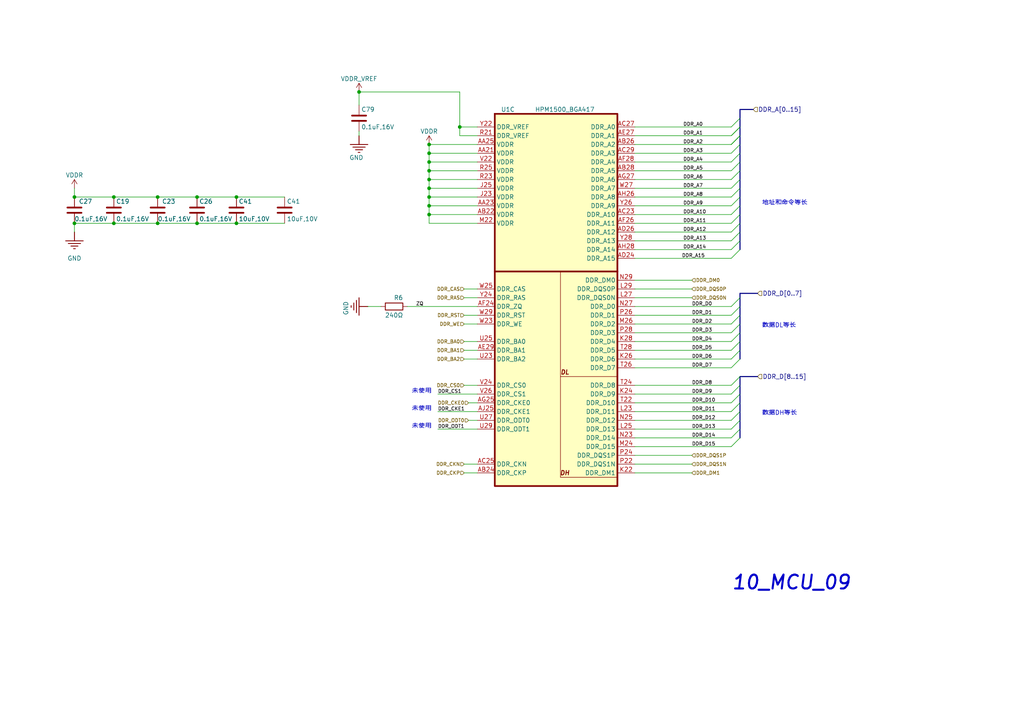
<source format=kicad_sch>
(kicad_sch (version 20230121) (generator eeschema)
  (paper "A4")
  (junction (at 68.58 57.15))
  (junction (at 124.46 62.23))
  (junction (at 57.15 64.77))
  (junction (at 124.46 59.69))
  (junction (at 57.15 57.15))
  (junction (at 33.02 64.77))
  (junction (at 45.72 57.15))
  (junction (at 124.46 52.07))
  (junction (at 124.46 41.91))
  (junction (at 45.72 64.77))
  (junction (at 104.14 26.67))
  (junction (at 124.46 57.15))
  (junction (at 33.02 57.15))
  (junction (at 124.46 46.99))
  (junction (at 124.46 49.53))
  (junction (at 124.46 44.45))
  (junction (at 21.59 57.15))
  (junction (at 68.58 64.77))
  (junction (at 133.35 36.83))
  (junction (at 124.46 54.61))
  (junction (at 21.59 64.77))
  (bus_entry (at 212.09 91.44) (size 2.54 -2.54))
  (bus_entry (at 212.09 57.15) (size 2.54 -2.54))
  (bus_entry (at 212.09 49.53) (size 2.54 -2.54))
  (bus_entry (at 212.09 124.46) (size 2.54 -2.54))
  (bus_entry (at 212.09 59.69) (size 2.54 -2.54))
  (bus_entry (at 212.09 41.91) (size 2.54 -2.54))
  (bus_entry (at 212.09 67.31) (size 2.54 -2.54))
  (bus_entry (at 212.09 44.45) (size 2.54 -2.54))
  (bus_entry (at 212.09 72.39) (size 2.54 -2.54))
  (bus_entry (at 212.09 88.9) (size 2.54 -2.54))
  (bus_entry (at 212.09 116.84) (size 2.54 -2.54))
  (bus_entry (at 212.09 101.6) (size 2.54 -2.54))
  (bus_entry (at 212.09 54.61) (size 2.54 -2.54))
  (bus_entry (at 212.09 93.98) (size 2.54 -2.54))
  (bus_entry (at 212.09 69.85) (size 2.54 -2.54))
  (bus_entry (at 212.09 104.14) (size 2.54 -2.54))
  (bus_entry (at 212.09 99.06) (size 2.54 -2.54))
  (bus_entry (at 212.09 46.99) (size 2.54 -2.54))
  (bus_entry (at 212.09 41.91) (size 2.54 -2.54))
  (bus_entry (at 212.09 114.3) (size 2.54 -2.54))
  (bus_entry (at 212.09 36.83) (size 2.54 -2.54))
  (bus_entry (at 212.09 121.92) (size 2.54 -2.54))
  (bus_entry (at 212.09 111.76) (size 2.54 -2.54))
  (bus_entry (at 212.09 39.37) (size 2.54 -2.54))
  (bus_entry (at 212.09 74.93) (size 2.54 -2.54))
  (bus_entry (at 212.09 127) (size 2.54 -2.54))
  (bus_entry (at 212.09 62.23) (size 2.54 -2.54))
  (bus_entry (at 212.09 64.77) (size 2.54 -2.54))
  (bus_entry (at 212.09 106.68) (size 2.54 -2.54))
  (bus_entry (at 212.09 39.37) (size 2.54 -2.54))
  (bus_entry (at 212.09 52.07) (size 2.54 -2.54))
  (bus_entry (at 212.09 129.54) (size 2.54 -2.54))
  (bus_entry (at 212.09 96.52) (size 2.54 -2.54))
  (bus_entry (at 212.09 119.38) (size 2.54 -2.54))
  (wire (pts (xy 104.14 26.67) (xy 133.35 26.67)))
  (wire (pts (xy 184.15 81.28) (xy 200.66 81.28)) (stroke (width 0.15)))
  (wire (pts (xy 124.46 49.53) (xy 124.46 52.07)) (stroke (width 0.15)))
  (wire (pts (xy 124.46 59.69) (xy 138.43 59.69)) (stroke (width 0.15)))
  (wire (pts (xy 184.15 111.76) (xy 212.09 111.76)) (stroke (width 0.15)))
  (wire (pts (xy 200.66 134.62) (xy 184.15 134.62)) (stroke (width 0.15)))
  (wire (pts (xy 184.15 54.61) (xy 212.09 54.61)) (stroke (width 0.15)))
  (wire (pts (xy 184.15 124.46) (xy 212.09 124.46)) (stroke (width 0.15)))
  (bus (pts (xy 214.63 109.22) (xy 219.71 109.22)))
  (wire (pts (xy 184.15 129.54) (xy 212.09 129.54)) (stroke (width 0.15)))
  (bus (pts (xy 214.63 104.14) (xy 214.63 101.6)))
  (wire (pts (xy 21.59 64.77) (xy 33.02 64.77)))
  (wire (pts (xy 124.46 52.07) (xy 138.43 52.07)) (stroke (width 0.15)))
  (wire (pts (xy 124.46 46.99) (xy 138.43 46.99)) (stroke (width 0.15)))
  (bus (pts (xy 214.63 67.31) (xy 214.63 64.77)))
  (wire (pts (xy 200.66 132.08) (xy 184.15 132.08)) (stroke (width 0.15)))
  (wire (pts (xy 124.46 41.91) (xy 138.43 41.91)) (stroke (width 0.15)))
  (wire (pts (xy 21.59 54.61) (xy 21.59 57.15)))
  (wire (pts (xy 45.72 64.77) (xy 57.15 64.77)))
  (wire (pts (xy 184.15 137.16) (xy 200.66 137.16)) (stroke (width 0.15)))
  (bus (pts (xy 214.63 111.76) (xy 214.63 109.22)))
  (wire (pts (xy 33.02 64.77) (xy 45.72 64.77)))
  (wire (pts (xy 184.15 119.38) (xy 212.09 119.38)) (stroke (width 0.15)))
  (bus (pts (xy 214.63 34.29) (xy 214.63 31.75)))
  (bus (pts (xy 214.63 96.52) (xy 214.63 93.98)))
  (wire (pts (xy 127 114.3) (xy 138.43 114.3)) (stroke (width 0.15)))
  (bus (pts (xy 214.63 31.75) (xy 218.44 31.75)))
  (wire (pts (xy 124.46 52.07) (xy 124.46 54.61)) (stroke (width 0.15)))
  (wire (pts (xy 184.15 67.31) (xy 212.09 67.31)) (stroke (width 0.15)))
  (wire (pts (xy 134.62 91.44) (xy 138.43 91.44)) (stroke (width 0.15)))
  (wire (pts (xy 21.59 57.15) (xy 33.02 57.15)))
  (wire (pts (xy 184.15 64.77) (xy 212.09 64.77)) (stroke (width 0.15)))
  (wire (pts (xy 184.15 106.68) (xy 212.09 106.68)) (stroke (width 0.15)))
  (wire (pts (xy 134.62 111.76) (xy 138.43 111.76)) (stroke (width 0.15)))
  (wire (pts (xy 118.11 88.9) (xy 138.43 88.9)))
  (wire (pts (xy 184.15 96.52) (xy 212.09 96.52)) (stroke (width 0.15)))
  (bus (pts (xy 214.63 93.98) (xy 214.63 91.44)))
  (bus (pts (xy 214.63 101.6) (xy 214.63 99.06)))
  (wire (pts (xy 21.59 64.77) (xy 21.59 67.31)))
  (wire (pts (xy 124.46 44.45) (xy 138.43 44.45)) (stroke (width 0.15)))
  (wire (pts (xy 124.46 59.69) (xy 124.46 62.23)) (stroke (width 0.15)))
  (bus (pts (xy 214.63 91.44) (xy 214.63 88.9)))
  (wire (pts (xy 200.66 86.36) (xy 184.15 86.36)) (stroke (width 0.15)))
  (bus (pts (xy 214.63 99.06) (xy 214.63 96.52)))
  (wire (pts (xy 124.46 57.15) (xy 124.46 59.69)) (stroke (width 0.15)))
  (bus (pts (xy 214.63 39.37) (xy 214.63 36.83)))
  (wire (pts (xy 184.15 69.85) (xy 212.09 69.85)) (stroke (width 0.15)))
  (bus (pts (xy 214.63 49.53) (xy 214.63 46.99)))
  (bus (pts (xy 214.63 59.69) (xy 214.63 57.15)))
  (bus (pts (xy 214.63 64.77) (xy 214.63 62.23)))
  (wire (pts (xy 184.15 62.23) (xy 212.09 62.23)) (stroke (width 0.15)))
  (wire (pts (xy 133.35 39.37) (xy 133.35 36.83)) (stroke (width 0.15)))
  (wire (pts (xy 45.72 57.15) (xy 57.15 57.15)))
  (wire (pts (xy 134.62 99.06) (xy 138.43 99.06)) (stroke (width 0.15)))
  (bus (pts (xy 214.63 88.9) (xy 214.63 86.36)))
  (bus (pts (xy 214.63 57.15) (xy 214.63 54.61)))
  (wire (pts (xy 127 124.46) (xy 138.43 124.46)) (stroke (width 0.15)))
  (wire (pts (xy 134.62 101.6) (xy 138.43 101.6)) (stroke (width 0.15)))
  (bus (pts (xy 214.63 41.91) (xy 214.63 39.37)))
  (wire (pts (xy 134.62 104.14) (xy 138.43 104.14)) (stroke (width 0.15)))
  (wire (pts (xy 184.15 52.07) (xy 212.09 52.07)) (stroke (width 0.15)))
  (wire (pts (xy 204.47 74.93) (xy 212.09 74.93)))
  (wire (pts (xy 134.62 137.16) (xy 138.43 137.16)) (stroke (width 0.15)))
  (wire (pts (xy 184.15 93.98) (xy 212.09 93.98)) (stroke (width 0.15)))
  (wire (pts (xy 184.15 121.92) (xy 212.09 121.92)) (stroke (width 0.15)))
  (wire (pts (xy 127 119.38) (xy 138.43 119.38)) (stroke (width 0.15)))
  (bus (pts (xy 214.63 119.38) (xy 214.63 116.84)))
  (wire (pts (xy 104.14 26.67) (xy 104.14 30.48)) (stroke (width 0.15)))
  (bus (pts (xy 214.63 69.85) (xy 214.63 67.31)))
  (bus (pts (xy 214.63 62.23) (xy 214.63 59.69)))
  (wire (pts (xy 200.66 83.82) (xy 184.15 83.82)) (stroke (width 0.15)))
  (wire (pts (xy 184.15 57.15) (xy 212.09 57.15)) (stroke (width 0.15)))
  (wire (pts (xy 184.15 104.14) (xy 212.09 104.14)) (stroke (width 0.15)))
  (bus (pts (xy 214.63 54.61) (xy 214.63 52.07)))
  (wire (pts (xy 68.58 64.77) (xy 82.55 64.77)))
  (wire (pts (xy 184.15 59.69) (xy 212.09 59.69)) (stroke (width 0.15)))
  (wire (pts (xy 124.46 64.77) (xy 138.43 64.77)) (stroke (width 0.15)))
  (bus (pts (xy 214.63 127) (xy 214.63 124.46)))
  (wire (pts (xy 135.89 116.84) (xy 138.43 116.84)) (stroke (width 0.15)))
  (wire (pts (xy 124.46 54.61) (xy 138.43 54.61)) (stroke (width 0.15)))
  (wire (pts (xy 68.58 57.15) (xy 82.55 57.15)))
  (bus (pts (xy 214.63 85.09) (xy 219.71 85.09)))
  (wire (pts (xy 134.62 86.36) (xy 138.43 86.36)) (stroke (width 0.15)))
  (wire (pts (xy 124.46 44.45) (xy 124.46 46.99)) (stroke (width 0.15)))
  (wire (pts (xy 124.46 62.23) (xy 124.46 64.77)) (stroke (width 0.15)))
  (wire (pts (xy 57.15 64.77) (xy 68.58 64.77)))
  (bus (pts (xy 214.63 69.85) (xy 214.63 72.39)))
  (wire (pts (xy 124.46 62.23) (xy 138.43 62.23)) (stroke (width 0.15)))
  (wire (pts (xy 184.15 41.91) (xy 212.09 41.91)) (stroke (width 0.15)))
  (wire (pts (xy 204.47 74.93) (xy 184.15 74.93)) (stroke (width 0.15)))
  (wire (pts (xy 184.15 36.83) (xy 212.09 36.83)) (stroke (width 0.15)))
  (wire (pts (xy 57.15 57.15) (xy 68.58 57.15)))
  (wire (pts (xy 184.15 49.53) (xy 212.09 49.53)) (stroke (width 0.15)))
  (wire (pts (xy 133.35 36.83) (xy 138.43 36.83)) (stroke (width 0.15)))
  (wire (pts (xy 124.46 46.99) (xy 124.46 49.53)) (stroke (width 0.15)))
  (wire (pts (xy 138.43 39.37) (xy 133.35 39.37)) (stroke (width 0.15)))
  (wire (pts (xy 124.46 57.15) (xy 138.43 57.15)) (stroke (width 0.15)))
  (wire (pts (xy 124.46 41.91) (xy 124.46 44.45)) (stroke (width 0.15)))
  (bus (pts (xy 214.63 44.45) (xy 214.63 41.91)))
  (wire (pts (xy 134.62 93.98) (xy 138.43 93.98)) (stroke (width 0.15)))
  (wire (pts (xy 184.15 116.84) (xy 212.09 116.84)) (stroke (width 0.15)))
  (wire (pts (xy 184.15 46.99) (xy 212.09 46.99)) (stroke (width 0.15)))
  (wire (pts (xy 184.15 88.9) (xy 212.09 88.9)) (stroke (width 0.15)))
  (wire (pts (xy 104.14 39.37) (xy 104.14 38.1)) (stroke (width 0.15)))
  (wire (pts (xy 134.62 83.82) (xy 138.43 83.82)) (stroke (width 0.15)))
  (bus (pts (xy 214.63 116.84) (xy 214.63 114.3)))
  (bus (pts (xy 214.63 52.07) (xy 214.63 49.53)))
  (wire (pts (xy 133.35 26.67) (xy 133.35 36.83)))
  (wire (pts (xy 184.15 101.6) (xy 212.09 101.6)) (stroke (width 0.15)))
  (bus (pts (xy 214.63 121.92) (xy 214.63 119.38)))
  (wire (pts (xy 184.15 72.39) (xy 212.09 72.39)) (stroke (width 0.15)))
  (bus (pts (xy 214.63 86.36) (xy 214.63 85.09)))
  (wire (pts (xy 124.46 49.53) (xy 138.43 49.53)) (stroke (width 0.15)))
  (wire (pts (xy 135.89 121.92) (xy 138.43 121.92)) (stroke (width 0.15)))
  (bus (pts (xy 214.63 46.99) (xy 214.63 44.45)))
  (wire (pts (xy 184.15 91.44) (xy 212.09 91.44)) (stroke (width 0.15)))
  (wire (pts (xy 184.15 44.45) (xy 212.09 44.45)) (stroke (width 0.15)))
  (bus (pts (xy 214.63 124.46) (xy 214.63 121.92)))
  (wire (pts (xy 33.02 57.15) (xy 45.72 57.15)))
  (wire (pts (xy 134.62 134.62) (xy 138.43 134.62)) (stroke (width 0.15)))
  (wire (pts (xy 184.15 127) (xy 212.09 127)) (stroke (width 0.15)))
  (wire (pts (xy 110.49 88.9) (xy 106.68 88.9)))
  (wire (pts (xy 184.15 99.06) (xy 212.09 99.06)) (stroke (width 0.15)))
  (wire (pts (xy 184.15 114.3) (xy 212.09 114.3)) (stroke (width 0.15)))
  (wire (pts (xy 124.46 54.61) (xy 124.46 57.15)) (stroke (width 0.15)))
  (bus (pts (xy 214.63 36.83) (xy 214.63 34.29)))
  (bus (pts (xy 214.63 114.3) (xy 214.63 111.76)))
  (wire (pts (xy 184.15 39.37) (xy 212.09 39.37)) (stroke (width 0.15)))
  (text "未使用" (at 119.38 114.3 0) (effects (font (size 1.27 1.27)) (justify left bottom)))
  (text "地址和命令等长" (at 220.98 59.69 0) (effects (font (size 1.27 1.27)) (justify left bottom)))
  (text "未使用" (at 119.38 119.38 0) (effects (font (size 1.27 1.27)) (justify left bottom)))
  (text "数据DL等长" (at 220.98 95.25 0) (effects (font (size 1.27 1.27)) (justify left bottom)))
  (text "10_MCU_09" (at 212.09 171.45 0) (effects (font (size 4 4) (thickness 0.6) bold italic) (justify left bottom)))
  (text "未使用" (at 119.38 124.46 0) (effects (font (size 1.27 1.27)) (justify left bottom)))
  (text "数据DH等长" (at 220.98 120.65 0) (effects (font (size 1.27 1.27)) (justify left bottom)))
  (label "DDR_A9" (at 198.12 59.69 0) (effects (font (size 1 1))))
  (label "DDR_D9" (at 200.66 114.3 0) (effects (font (size 1 1))))
  (label "DDR_A1" (at 198.12 39.37 0) (effects (font (size 1 1))))
  (label "DDR_D4" (at 200.66 99.06 0) (effects (font (size 1 1))))
  (label "DDR_D11" (at 200.66 119.38 0) (effects (font (size 1 1))))
  (label "DDR_A8" (at 198.12 57.15 0) (effects (font (size 1 1))))
  (label "DDR_D12" (at 200.66 121.92 0) (effects (font (size 1 1))))
  (label "DDR_CS1" (at 127 114.3 0) (effects (font (size 1 1))))
  (label "DDR_D14" (at 200.66 127 0) (effects (font (size 1 1))))
  (label "DDR_D7" (at 200.66 106.68 0) (effects (font (size 1 1))))
  (label "DDR_D15" (at 200.66 129.54 0) (effects (font (size 1 1))))
  (label "DDR_A0" (at 198.12 36.83 0) (effects (font (size 1 1))))
  (label "DDR_A14" (at 198.12 72.39 0) (effects (font (size 1 1))))
  (label "DDR_A7" (at 198.12 54.61 0) (effects (font (size 1 1))))
  (label "DDR_D10" (at 200.66 116.84 0) (effects (font (size 1 1))))
  (label "DDR_D13" (at 200.66 124.46 0) (effects (font (size 1 1))))
  (label "DDR_D1" (at 200.66 91.44 0) (effects (font (size 1 1))))
  (label "DDR_D5" (at 200.66 101.6 0) (effects (font (size 1 1))))
  (label "DDR_A12" (at 198.12 67.31 0) (effects (font (size 1 1))))
  (label "DDR_A5" (at 198.12 49.53 0) (effects (font (size 1 1))))
  (label "DDR_D6" (at 200.66 104.14 0) (effects (font (size 1 1))))
  (label "DDR_ODT1" (at 127 124.46 0) (effects (font (size 1 1))))
  (label "DDR_A4" (at 198.12 46.99 0) (effects (font (size 1 1))))
  (label "DDR_A15" (at 204.47 74.93 180) (effects (font (size 1 1))))
  (label "DDR_A6" (at 198.12 52.07 0) (effects (font (size 1 1))))
  (label "DDR_A10" (at 198.12 62.23 0) (effects (font (size 1 1))))
  (label "DDR_A2" (at 198.12 41.91 0) (effects (font (size 1 1))))
  (label "DDR_D8" (at 200.66 111.76 0) (effects (font (size 1 1))))
  (label "DDR_D2" (at 200.66 93.98 0) (effects (font (size 1 1))))
  (label "DDR_A3" (at 198.12 44.45 0) (effects (font (size 1 1))))
  (label "DDR_A13" (at 198.12 69.85 0) (effects (font (size 1 1))))
  (label "DDR_D0" (at 200.66 88.9 0) (effects (font (size 1 1))))
  (label "DDR_A11" (at 198.12 64.77 0) (effects (font (size 1 1))))
  (label "DDR_CKE1" (at 127 119.38 0) (effects (font (size 1 1))))
  (label "ZQ" (at 120.65 88.9 0) (effects (font (size 1 1))))
  (label "DDR_D3" (at 200.66 96.52 0) (effects (font (size 1 1))))
  (hierarchical_label "DDR_ODT0" (shape input) (at 135.89 121.92 180) (effects (font (size 1 1))))
  (hierarchical_label "DDR_BA1" (shape input) (at 134.62 101.6 180) (effects (font (size 1 1))))
  (hierarchical_label "DDR_DM1" (shape input) (at 200.66 137.16 0) (effects (font (size 1 1))))
  (hierarchical_label "DDR_CKN" (shape input) (at 134.62 134.62 180) (effects (font (size 1 1))))
  (hierarchical_label "DDR_BA2" (shape input) (at 134.62 104.14 180) (effects (font (size 1 1))))
  (hierarchical_label "DDR_RST" (shape input) (at 134.62 91.44 180) (effects (font (size 1 1))))
  (hierarchical_label "DDR_CKP" (shape input) (at 134.62 137.16 180) (effects (font (size 1 1))))
  (hierarchical_label "DDR_WE" (shape input) (at 134.62 93.98 180) (effects (font (size 1 1))))
  (hierarchical_label "DDR_DM0" (shape input) (at 200.66 81.28 0) (effects (font (size 1 1))))
  (hierarchical_label "DDR_CAS" (shape input) (at 134.62 83.82 180) (effects (font (size 1 1))))
  (hierarchical_label "DDR_CKE0" (shape input) (at 135.89 116.84 180) (effects (font (size 1 1))))
  (hierarchical_label "DDR_RAS" (shape input) (at 134.62 86.36 180) (effects (font (size 1 1))))
  (hierarchical_label "DDR_D[8..15]" (shape input) (at 219.71 109.22 0))
  (hierarchical_label "DDR_DQS0P" (shape input) (at 200.66 83.82 0) (effects (font (size 1 1))))
  (hierarchical_label "DDR_D[0..7]" (shape input) (at 219.71 85.09 0))
  (hierarchical_label "DDR_CS0" (shape input) (at 134.62 111.76 180) (effects (font (size 1 1))))
  (hierarchical_label "DDR_DQS1N" (shape input) (at 200.66 134.62 0) (effects (font (size 1 1))))
  (hierarchical_label "DDR_BA0" (shape input) (at 134.62 99.06 180) (effects (font (size 1 1))))
  (hierarchical_label "DDR_A[0..15]" (shape input) (at 218.44 31.75 0))
  (hierarchical_label "DDR_DQS0N" (shape input) (at 200.66 86.36 0) (effects (font (size 1 1))))
  (hierarchical_label "DDR_DQS1P" (shape input) (at 200.66 132.08 0) (effects (font (size 1 1))))
  (symbol (lib_name "10uF,10V_1") (lib_id "03_HPM_Capacitance:10uF,10V") (at 68.58 60.96 0) (unit 1)
    (property "Reference" "C41" (at 69.215 58.42 0) (effects (justify left)))
    (property "Value" "10uF,10V" (at 69.215 63.5 0) (effects (justify left)))
    (property "Footprint" "03_HPM_Capacitance:C_0402" (effects hide))
    (property "Model" "CL05A106MP5NUNC" (effects hide))
    (property "Company" " SAMSUNG(三星)" (effects hide))
    (instances (project "HPM1500_DDR3_CORE_RevB" (path "" (reference "C41") (unit 1)) (path "" (reference "C134") (unit 1)) (path "" (reference "C132") (unit 1))))
  )
  (symbol (lib_name "0.1uF,16V_4") (lib_id "03_HPM_Capacitance:0.1uF,16V") (at 33.02 60.96 0) (unit 1)
    (property "Reference" "C19" (at 33.655 58.42 0) (effects (justify left)))
    (property "Value" "0.1uF,16V" (at 33.655 63.5 0) (effects (justify left)))
    (property "Footprint" "03_HPM_Capacitance:C_0402" (effects hide))
    (property "Model" "CL05B104KO5NNNC" (effects hide))
    (property "Company" "SAMSUNG(三星)" (effects hide))
  )
  (symbol (lib_id "05_HPM_Conn:GND") (at 104.14 39.37 0) (unit 1)
    (property "Reference" "#PWR0131" (effects hide))
    (property "Value" "GND" (at 105.41 45.72 0) (effects (justify right)))
  )
  (symbol (lib_id "00_HPM6800_Library:HPM6880IBD1") (at 179.07 33.02 0) (unit 3)
    (property "Reference" "U1" (at 147.32 31.75 0))
    (property "Value" "HPM1500_BGA417" (at 163.83 31.75 0))
    (property "Footprint" "00_HPM_Library:BGA_417" (effects hide))
    (property "Model" "此处不用焊接，不要加焊锡，不要收焊接费，，我们是socket" (effects hide))
    (property "Company" "HPM." (effects hide))
  )
  (symbol (lib_id "333-altium-import:GND") (at 106.68 88.9 270) (unit 1)
    (property "Reference" "#PWR0107" (effects hide))
    (property "Value" "GND" (at 100.33 91.44 0) (effects (justify right)))
    (instances (project "HPM1500_DDR3_CORE_RevB" (path "" (reference "#PWR0107") (unit 1)) (path "" (reference "#PWR038") (unit 1))))
  )
  (symbol (lib_id "power:VDDR") (at 124.46 41.91 0) (unit 1)
    (property "Reference" "#PWR0104" (effects hide))
    (property "Value" "VDDR" (at 124.46 38.1 0))
  )
  (symbol (lib_name "0.1uF,16V_6") (lib_id "03_HPM_Capacitance:0.1uF,16V") (at 57.15 60.96 0) (unit 1)
    (property "Reference" "C26" (at 57.785 58.42 0) (effects (justify left)))
    (property "Value" "0.1uF,16V" (at 57.785 63.5 0) (effects (justify left)))
    (property "Footprint" "03_HPM_Capacitance:C_0402" (effects hide))
    (property "Model" "CL05B104KO5NNNC" (effects hide))
    (property "Company" "SAMSUNG(三星)" (effects hide))
  )
  (symbol (lib_name "0.1uF,16V_5") (lib_id "03_HPM_Capacitance:0.1uF,16V") (at 45.72 60.96 0) (unit 1)
    (property "Reference" "C23" (at 46.99 58.42 0) (effects (justify left)))
    (property "Value" "0.1uF,16V" (at 45.72 63.5 0) (effects (justify left)))
    (property "Footprint" "03_HPM_Capacitance:C_0402" (effects hide))
    (property "Model" "CL05B104KO5NNNC" (effects hide))
    (property "Company" "SAMSUNG(三星)" (effects hide))
  )
  (symbol (lib_id "power:VDDR") (at 21.59 54.61 0) (unit 1)
    (property "Reference" "#PWR0103" (effects hide))
    (property "Value" "VDDR" (at 21.59 50.8 0))
  )
  (symbol (lib_id "power:GND") (at 21.59 67.31 0) (unit 1)
    (property "Reference" "#PWR0149" (effects hide))
    (property "Value" "GND" (at 21.59 74.93 0))
  )
  (symbol (lib_name "0.1uF,16V_1") (lib_id "03_HPM_Capacitance:0.1uF,16V") (at 21.59 60.96 0) (unit 1)
    (property "Reference" "C27" (at 22.86 58.42 0) (effects (justify left)))
    (property "Value" "0.1uF,16V" (at 21.59 63.5 0) (effects (justify left)))
    (property "Footprint" "03_HPM_Capacitance:C_0402" (effects hide))
    (property "Model" "CL05B104KO5NNNC" (effects hide))
    (property "Company" "SAMSUNG(三星)" (effects hide))
  )
  (symbol (lib_id "03_HPM_Capacitance:0.1uF,16V") (at 104.14 34.29 0) (unit 1)
    (property "Reference" "C79" (at 104.775 31.75 0) (effects (justify left)))
    (property "Value" "0.1uF,16V" (at 104.775 36.83 0) (effects (justify left)))
    (property "Footprint" "03_HPM_Capacitance:C_0402" (effects hide))
    (property "Model" "CL05B104KO5NNNC" (effects hide))
    (property "Company" "SAMSUNG(三星)" (effects hide))
  )
  (symbol (lib_name "10uF,10V_1") (lib_id "03_HPM_Capacitance:10uF,10V") (at 82.55 60.96 0) (unit 1)
    (property "Reference" "C41" (at 83.185 58.42 0) (effects (justify left)))
    (property "Value" "10uF,10V" (at 83.185 63.5 0) (effects (justify left)))
    (property "Footprint" "03_HPM_Capacitance:C_0402" (effects hide))
    (property "Model" "CL05A106MP5NUNC" (effects hide))
    (property "Company" " SAMSUNG(三星)" (effects hide))
    (instances (project "HPM1500_DDR3_CORE_RevB" (path "" (reference "C41") (unit 1)) (path "" (reference "C134") (unit 1)) (path "" (reference "C138") (unit 1))))
  )
  (symbol (lib_id "02_HPM_Resistor:240Ω") (at 114.3 88.9 0) (unit 1)
    (property "Reference" "R6" (at 115.57 86.36 0))
    (property "Value" "240Ω" (at 114.3 91.44 0))
    (property "Footprint" "02_HPM_Resistor:R_0402_1005Metric" (effects hide))
    (property "Model" "0402WGF2400TCE" (effects hide))
    (property "Company" "UNI-ROYAL(厚声)" (effects hide))
    (instances (project "HPM1500_DDR3_CORE_RevB" (path "" (reference "R6") (unit 1)) (path "" (reference "R58") (unit 1))))
  )
  (symbol (lib_id "power:VDDR_VREF") (at 104.14 26.67 0) (unit 1)
    (property "Reference" "#PWR0101" (effects hide))
    (property "Value" "VDDR_VREF" (at 104.14 22.86 0))
  )
)
</source>
